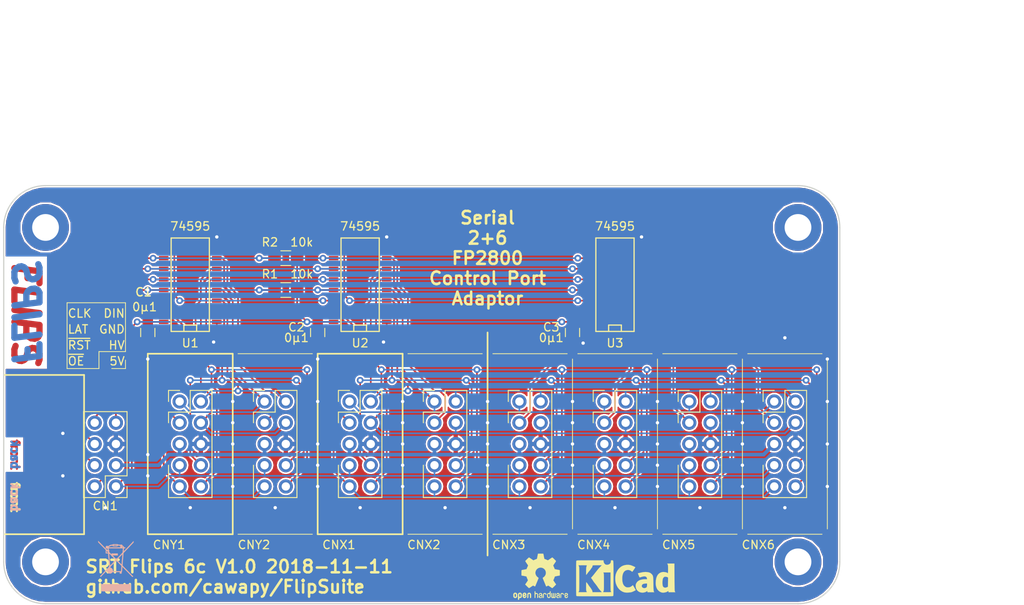
<source format=kicad_pcb>
(kicad_pcb (version 20171130) (host pcbnew "(5.0.1)-3")
  (layers (0 F.Cu signal hide) (31 B.Cu signal) (34 B.Paste user) (35 F.Paste user) (36 B.SilkS user) (37 F.SilkS user) (38 B.Mask user) (39 F.Mask user) (44 Edge.Cuts user))
  (net 0 "")
  (net 1 +5V)
  (net 2 GND)
  (net 3 +12V)
  (net 4 /DIN)
  (net 5 /RCLK)
  (net 6 /SRCLK)
  (net 7 /~SRCLR)
  (net 8 "Net-(U1-Pad9)")
  (net 9 /~OE)
  (net 10 /XB.0)
  (net 11 /XB.1)
  (net 12 /XDAT)
  (net 13 /XEN1)
  (net 14 /XA.1)
  (net 15 /XA.2)
  (net 16 /XA.0)
  (net 17 /XEN2)
  (net 18 /XEN3)
  (net 19 /XEN4)
  (net 20 /XEN5)
  (net 21 /YB.0)
  (net 22 /YB.1)
  (net 23 /YDAT)
  (net 24 /YEN1)
  (net 25 /YA.1)
  (net 26 /YA.2)
  (net 27 /YA.0)
  (net 28 /YEN2)
  (net 29 "Net-(U2-Pad9)")
  (net 30 /XEN6)
  (net 31 /XEN7)
  (net 32 /XEN8)
  (net 33 /YEN3)
  (net 34 /YEN4)
  (net 35 "Net-(U3-Pad9)")
  (module Mounting_Holes:MountingHole_3.2mm_M3_DIN965_Pad (layer F.Cu) (at 177 103)
    (fp_text reference REF** hide)
    (fp_text value MountingHole_3.2mm_M3_DIN965_Pad)
    (pad 1 thru_hole circle (at 0 0) (size 5.6 5.6) (drill 3.2) (layers *.Cu *.Mask))
  )
  (module Mounting_Holes:MountingHole_3.2mm_M3_DIN965_Pad (layer F.Cu) (at 267 103)
    (fp_text reference REF** hide)
    (fp_text value MountingHole_3.2mm_M3_DIN965_Pad)
    (pad 1 thru_hole circle (at 0 0) (size 5.6 5.6) (drill 3.2) (layers *.Cu *.Mask))
  )
  (module Mounting_Holes:MountingHole_3.2mm_M3_DIN965_Pad (layer F.Cu) (at 267 63)
    (fp_text reference REF** hide)
    (fp_text value MountingHole_3.2mm_M3_DIN965_Pad)
    (pad 1 thru_hole circle (at 0 0) (size 5.6 5.6) (drill 3.2) (layers *.Cu *.Mask))
  )
  (module Mounting_Holes:MountingHole_3.2mm_M3_DIN965_Pad (layer F.Cu) (at 177 63)
    (fp_text reference REF** hide)
    (fp_text value MountingHole_3.2mm_M3_DIN965_Pad)
    (pad 1 thru_hole circle (at 0 0) (size 5.6 5.6) (drill 3.2) (layers *.Cu *.Mask))
  )
  (module Capacitors_SMD:C_0805_HandSoldering (layer F.Cu) (at 189.23 75.565 270)
    (fp_text reference C1 (at -4.826 0.508) (layer F.SilkS))
    (fp_text value 0µ1 (at -3.048 0.381) (layer F.SilkS))
    (fp_text user %R (at -4.826 0.508) (layer F.SilkS))
    (pad 1 smd rect (at -1.25 0 270) (size 1.5 1.25) (layers F.Cu F.Paste F.Mask) (net 1 +5V))
    (pad 2 smd rect (at 1.25 0 270) (size 1.5 1.25) (layers F.Cu F.Paste F.Mask) (net 2 GND))
  )
  (module Capacitors_SMD:C_0805_HandSoldering (layer F.Cu) (at 209.55 75.565 270)
    (fp_text reference C2 (at -0.635 2.54) (layer F.SilkS))
    (fp_text value 0µ1 (at 0.635 2.54) (layer F.SilkS))
    (pad 1 smd rect (at -1.25 0 270) (size 1.5 1.25) (layers F.Cu F.Paste F.Mask) (net 1 +5V))
    (pad 2 smd rect (at 1.25 0 270) (size 1.5 1.25) (layers F.Cu F.Paste F.Mask) (net 2 GND))
  )
  (module Capacitors_SMD:C_0805_HandSoldering (layer F.Cu) (at 240.03 75.565 270)
    (fp_text reference C3 (at -0.635 2.54) (layer F.SilkS))
    (fp_text value 0µ1 (at 0.635 2.54) (layer F.SilkS))
    (pad 2 smd rect (at 1.25 0 270) (size 1.5 1.25) (layers F.Cu F.Paste F.Mask) (net 2 GND))
    (pad 1 smd rect (at -1.25 0 270) (size 1.5 1.25) (layers F.Cu F.Paste F.Mask) (net 1 +5V))
  )
  (module Resistors_SMD:R_0805_HandSoldering (layer F.Cu) (at 205.74 70.485)
    (fp_text reference R1 (at -1.905 -1.905) (layer F.SilkS))
    (fp_text value 10k (at 1.905 -1.905) (layer F.SilkS))
    (pad 2 smd rect (at 1.35 0) (size 1.5 1.3) (layers F.Cu F.Paste F.Mask) (net 1 +5V))
    (pad 1 smd rect (at -1.35 0) (size 1.5 1.3) (layers F.Cu F.Paste F.Mask) (net 9 /~OE))
  )
  (module Resistors_SMD:R_0805_HandSoldering (layer F.Cu) (at 205.74 66.675)
    (fp_text reference R2 (at -1.905 -1.905) (layer F.SilkS))
    (fp_text value 10k (at 1.905 -1.905) (layer F.SilkS))
    (pad 1 smd rect (at -1.35 0) (size 1.5 1.3) (layers F.Cu F.Paste F.Mask) (net 7 /~SRCLR))
    (pad 2 smd rect (at 1.35 0) (size 1.5 1.3) (layers F.Cu F.Paste F.Mask) (net 1 +5V))
  )
  (module SMD_Packages:SO-16-N (layer F.Cu) (at 194.31 69.85 90)
    (fp_text reference U1 (at -6.985 0 180) (layer F.SilkS))
    (fp_text value 74595 (at 6.985 0 180) (layer F.SilkS))
    (pad 15 smd rect (at -3.175 -3.175 90) (size 0.508 1.143) (layers F.Cu F.Paste F.Mask) (net 27 /YA.0))
    (pad 1 smd rect (at -4.445 3.175 90) (size 0.508 1.143) (layers F.Cu F.Paste F.Mask) (net 25 /YA.1))
    (pad 2 smd rect (at -3.175 3.175 90) (size 0.508 1.143) (layers F.Cu F.Paste F.Mask) (net 26 /YA.2))
    (pad 3 smd rect (at -1.905 3.175 90) (size 0.508 1.143) (layers F.Cu F.Paste F.Mask) (net 21 /YB.0))
    (pad 4 smd rect (at -0.635 3.175 90) (size 0.508 1.143) (layers F.Cu F.Paste F.Mask) (net 22 /YB.1))
    (pad 5 smd rect (at 0.635 3.175 90) (size 0.508 1.143) (layers F.Cu F.Paste F.Mask) (net 23 /YDAT))
    (pad 6 smd rect (at 1.905 3.175 90) (size 0.508 1.143) (layers F.Cu F.Paste F.Mask) (net 24 /YEN1))
    (pad 7 smd rect (at 3.175 3.175 90) (size 0.508 1.143) (layers F.Cu F.Paste F.Mask) (net 28 /YEN2))
    (pad 8 smd rect (at 4.445 3.175 90) (size 0.508 1.143) (layers F.Cu F.Paste F.Mask) (net 2 GND))
    (pad 9 smd rect (at 4.445 -3.175 90) (size 0.508 1.143) (layers F.Cu F.Paste F.Mask) (net 8 "Net-(U1-Pad9)"))
    (pad 10 smd rect (at 3.175 -3.175 90) (size 0.508 1.143) (layers F.Cu F.Paste F.Mask) (net 7 /~SRCLR))
    (pad 11 smd rect (at 1.905 -3.175 90) (size 0.508 1.143) (layers F.Cu F.Paste F.Mask) (net 6 /SRCLK))
    (pad 12 smd rect (at 0.635 -3.175 90) (size 0.508 1.143) (layers F.Cu F.Paste F.Mask) (net 5 /RCLK))
    (pad 13 smd rect (at -0.635 -3.175 90) (size 0.508 1.143) (layers F.Cu F.Paste F.Mask) (net 9 /~OE))
    (pad 14 smd rect (at -1.905 -3.175 90) (size 0.508 1.143) (layers F.Cu F.Paste F.Mask) (net 4 /DIN))
    (pad 16 smd rect (at -4.445 -3.175 90) (size 0.508 1.143) (layers F.Cu F.Paste F.Mask) (net 1 +5V))
  )
  (module SMD_Packages:SO-16-N (layer F.Cu) (at 214.63 69.85 90)
    (fp_text reference U2 (at -6.985 0 180) (layer F.SilkS))
    (fp_text value 74595 (at 6.985 0 180) (layer F.SilkS))
    (pad 16 smd rect (at -4.445 -3.175 90) (size 0.508 1.143) (layers F.Cu F.Paste F.Mask) (net 1 +5V))
    (pad 14 smd rect (at -1.905 -3.175 90) (size 0.508 1.143) (layers F.Cu F.Paste F.Mask) (net 8 "Net-(U1-Pad9)"))
    (pad 13 smd rect (at -0.635 -3.175 90) (size 0.508 1.143) (layers F.Cu F.Paste F.Mask) (net 9 /~OE))
    (pad 12 smd rect (at 0.635 -3.175 90) (size 0.508 1.143) (layers F.Cu F.Paste F.Mask) (net 5 /RCLK))
    (pad 11 smd rect (at 1.905 -3.175 90) (size 0.508 1.143) (layers F.Cu F.Paste F.Mask) (net 6 /SRCLK))
    (pad 10 smd rect (at 3.175 -3.175 90) (size 0.508 1.143) (layers F.Cu F.Paste F.Mask) (net 7 /~SRCLR))
    (pad 9 smd rect (at 4.445 -3.175 90) (size 0.508 1.143) (layers F.Cu F.Paste F.Mask) (net 29 "Net-(U2-Pad9)"))
    (pad 8 smd rect (at 4.445 3.175 90) (size 0.508 1.143) (layers F.Cu F.Paste F.Mask) (net 2 GND))
    (pad 7 smd rect (at 3.175 3.175 90) (size 0.508 1.143) (layers F.Cu F.Paste F.Mask) (net 17 /XEN2))
    (pad 6 smd rect (at 1.905 3.175 90) (size 0.508 1.143) (layers F.Cu F.Paste F.Mask) (net 13 /XEN1))
    (pad 5 smd rect (at 0.635 3.175 90) (size 0.508 1.143) (layers F.Cu F.Paste F.Mask) (net 12 /XDAT))
    (pad 4 smd rect (at -0.635 3.175 90) (size 0.508 1.143) (layers F.Cu F.Paste F.Mask) (net 11 /XB.1))
    (pad 3 smd rect (at -1.905 3.175 90) (size 0.508 1.143) (layers F.Cu F.Paste F.Mask) (net 10 /XB.0))
    (pad 2 smd rect (at -3.175 3.175 90) (size 0.508 1.143) (layers F.Cu F.Paste F.Mask) (net 15 /XA.2))
    (pad 1 smd rect (at -4.445 3.175 90) (size 0.508 1.143) (layers F.Cu F.Paste F.Mask) (net 14 /XA.1))
    (pad 15 smd rect (at -3.175 -3.175 90) (size 0.508 1.143) (layers F.Cu F.Paste F.Mask) (net 16 /XA.0))
  )
  (module SMD_Packages:SO-16-N (layer F.Cu) (at 245.11 69.85 90)
    (fp_text reference U3 (at -6.985 0 180) (layer F.SilkS))
    (fp_text value 74595 (at 6.985 0 180) (layer F.SilkS))
    (pad 15 smd rect (at -3.175 -3.175 90) (size 0.508 1.143) (layers F.Cu F.Paste F.Mask) (net 18 /XEN3))
    (pad 1 smd rect (at -4.445 3.175 90) (size 0.508 1.143) (layers F.Cu F.Paste F.Mask) (net 19 /XEN4))
    (pad 2 smd rect (at -3.175 3.175 90) (size 0.508 1.143) (layers F.Cu F.Paste F.Mask) (net 20 /XEN5))
    (pad 3 smd rect (at -1.905 3.175 90) (size 0.508 1.143) (layers F.Cu F.Paste F.Mask) (net 30 /XEN6))
    (pad 4 smd rect (at -0.635 3.175 90) (size 0.508 1.143) (layers F.Cu F.Paste F.Mask) (net 31 /XEN7))
    (pad 5 smd rect (at 0.635 3.175 90) (size 0.508 1.143) (layers F.Cu F.Paste F.Mask) (net 32 /XEN8))
    (pad 6 smd rect (at 1.905 3.175 90) (size 0.508 1.143) (layers F.Cu F.Paste F.Mask) (net 33 /YEN3))
    (pad 7 smd rect (at 3.175 3.175 90) (size 0.508 1.143) (layers F.Cu F.Paste F.Mask) (net 34 /YEN4))
    (pad 8 smd rect (at 4.445 3.175 90) (size 0.508 1.143) (layers F.Cu F.Paste F.Mask) (net 2 GND))
    (pad 9 smd rect (at 4.445 -3.175 90) (size 0.508 1.143) (layers F.Cu F.Paste F.Mask) (net 35 "Net-(U3-Pad9)"))
    (pad 10 smd rect (at 3.175 -3.175 90) (size 0.508 1.143) (layers F.Cu F.Paste F.Mask) (net 7 /~SRCLR))
    (pad 11 smd rect (at 1.905 -3.175 90) (size 0.508 1.143) (layers F.Cu F.Paste F.Mask) (net 6 /SRCLK))
    (pad 12 smd rect (at 0.635 -3.175 90) (size 0.508 1.143) (layers F.Cu F.Paste F.Mask) (net 5 /RCLK))
    (pad 13 smd rect (at -0.635 -3.175 90) (size 0.508 1.143) (layers F.Cu F.Paste F.Mask) (net 9 /~OE))
    (pad 14 smd rect (at -1.905 -3.175 90) (size 0.508 1.143) (layers F.Cu F.Paste F.Mask) (net 29 "Net-(U2-Pad9)"))
    (pad 16 smd rect (at -4.445 -3.175 90) (size 0.508 1.143) (layers F.Cu F.Paste F.Mask) (net 1 +5V))
  )
  (module Own:Pin_Header_Straight_Shrouded_2x05_Pitch2.54mm (layer F.Cu) (at 213.36 83.82)
    (fp_text reference CNX1 (at -1.27 17.145) (layer F.SilkS))
    (fp_text value UFP2810 hide)
    (pad 10 thru_hole oval (at 2.54 10.16) (size 1.7 1.7) (drill 1) (layers *.Cu *.Mask) (net 15 /XA.2))
    (pad 9 thru_hole oval (at 0 10.16) (size 1.7 1.7) (drill 1) (layers *.Cu *.Mask) (net 16 /XA.0))
    (pad 8 thru_hole oval (at 2.54 7.62) (size 1.7 1.7) (drill 1) (layers *.Cu *.Mask) (net 14 /XA.1))
    (pad 7 thru_hole oval (at 0 7.62) (size 1.7 1.7) (drill 1) (layers *.Cu *.Mask) (net 1 +5V))
    (pad 6 thru_hole oval (at 2.54 5.08) (size 1.7 1.7) (drill 1) (layers *.Cu *.Mask) (net 2 GND))
    (pad 5 thru_hole oval (at 0 5.08) (size 1.7 1.7) (drill 1) (layers *.Cu *.Mask) (net 3 +12V))
    (pad 4 thru_hole oval (at 2.54 2.54) (size 1.7 1.7) (drill 1) (layers *.Cu *.Mask) (net 12 /XDAT))
    (pad 3 thru_hole oval (at 0 2.54) (size 1.7 1.7) (drill 1) (layers *.Cu *.Mask) (net 13 /XEN1))
    (pad 2 thru_hole oval (at 2.54 0) (size 1.7 1.7) (drill 1) (layers *.Cu *.Mask) (net 10 /XB.0))
    (pad 1 thru_hole circle (at 0 0) (size 1.7 1.7) (drill 1) (layers *.Cu *.Mask) (net 11 /XB.1))
  )
  (module Own:Pin_Header_Straight_Shrouded_2x05_Pitch2.54mm (layer F.Cu) (at 223.52 83.82)
    (fp_text reference CNX2 (at -1.27 17.145) (layer F.SilkS))
    (fp_text value UFP2810 hide)
    (pad 1 thru_hole circle (at 0 0) (size 1.7 1.7) (drill 1) (layers *.Cu *.Mask) (net 11 /XB.1))
    (pad 2 thru_hole oval (at 2.54 0) (size 1.7 1.7) (drill 1) (layers *.Cu *.Mask) (net 10 /XB.0))
    (pad 3 thru_hole oval (at 0 2.54) (size 1.7 1.7) (drill 1) (layers *.Cu *.Mask) (net 17 /XEN2))
    (pad 4 thru_hole oval (at 2.54 2.54) (size 1.7 1.7) (drill 1) (layers *.Cu *.Mask) (net 12 /XDAT))
    (pad 5 thru_hole oval (at 0 5.08) (size 1.7 1.7) (drill 1) (layers *.Cu *.Mask) (net 3 +12V))
    (pad 6 thru_hole oval (at 2.54 5.08) (size 1.7 1.7) (drill 1) (layers *.Cu *.Mask) (net 2 GND))
    (pad 7 thru_hole oval (at 0 7.62) (size 1.7 1.7) (drill 1) (layers *.Cu *.Mask) (net 1 +5V))
    (pad 8 thru_hole oval (at 2.54 7.62) (size 1.7 1.7) (drill 1) (layers *.Cu *.Mask) (net 14 /XA.1))
    (pad 9 thru_hole oval (at 0 10.16) (size 1.7 1.7) (drill 1) (layers *.Cu *.Mask) (net 16 /XA.0))
    (pad 10 thru_hole oval (at 2.54 10.16) (size 1.7 1.7) (drill 1) (layers *.Cu *.Mask) (net 15 /XA.2))
  )
  (module Own:Pin_Header_Straight_Shrouded_2x05_Pitch2.54mm (layer F.Cu) (at 233.68 83.82)
    (fp_text reference CNX3 (at -1.27 17.145) (layer F.SilkS))
    (fp_text value UFP2810 hide)
    (pad 10 thru_hole oval (at 2.54 10.16) (size 1.7 1.7) (drill 1) (layers *.Cu *.Mask) (net 15 /XA.2))
    (pad 9 thru_hole oval (at 0 10.16) (size 1.7 1.7) (drill 1) (layers *.Cu *.Mask) (net 16 /XA.0))
    (pad 8 thru_hole oval (at 2.54 7.62) (size 1.7 1.7) (drill 1) (layers *.Cu *.Mask) (net 14 /XA.1))
    (pad 7 thru_hole oval (at 0 7.62) (size 1.7 1.7) (drill 1) (layers *.Cu *.Mask) (net 1 +5V))
    (pad 6 thru_hole oval (at 2.54 5.08) (size 1.7 1.7) (drill 1) (layers *.Cu *.Mask) (net 2 GND))
    (pad 5 thru_hole oval (at 0 5.08) (size 1.7 1.7) (drill 1) (layers *.Cu *.Mask) (net 3 +12V))
    (pad 4 thru_hole oval (at 2.54 2.54) (size 1.7 1.7) (drill 1) (layers *.Cu *.Mask) (net 12 /XDAT))
    (pad 3 thru_hole oval (at 0 2.54) (size 1.7 1.7) (drill 1) (layers *.Cu *.Mask) (net 18 /XEN3))
    (pad 2 thru_hole oval (at 2.54 0) (size 1.7 1.7) (drill 1) (layers *.Cu *.Mask) (net 10 /XB.0))
    (pad 1 thru_hole circle (at 0 0) (size 1.7 1.7) (drill 1) (layers *.Cu *.Mask) (net 11 /XB.1))
  )
  (module Own:Pin_Header_Straight_Shrouded_2x05_Pitch2.54mm (layer F.Cu) (at 243.84 83.82)
    (fp_text reference CNX4 (at -1.27 17.145) (layer F.SilkS))
    (fp_text value UFP2810 hide)
    (pad 1 thru_hole circle (at 0 0) (size 1.7 1.7) (drill 1) (layers *.Cu *.Mask) (net 11 /XB.1))
    (pad 2 thru_hole oval (at 2.54 0) (size 1.7 1.7) (drill 1) (layers *.Cu *.Mask) (net 10 /XB.0))
    (pad 3 thru_hole oval (at 0 2.54) (size 1.7 1.7) (drill 1) (layers *.Cu *.Mask) (net 19 /XEN4))
    (pad 4 thru_hole oval (at 2.54 2.54) (size 1.7 1.7) (drill 1) (layers *.Cu *.Mask) (net 12 /XDAT))
    (pad 5 thru_hole oval (at 0 5.08) (size 1.7 1.7) (drill 1) (layers *.Cu *.Mask) (net 3 +12V))
    (pad 6 thru_hole oval (at 2.54 5.08) (size 1.7 1.7) (drill 1) (layers *.Cu *.Mask) (net 2 GND))
    (pad 7 thru_hole oval (at 0 7.62) (size 1.7 1.7) (drill 1) (layers *.Cu *.Mask) (net 1 +5V))
    (pad 8 thru_hole oval (at 2.54 7.62) (size 1.7 1.7) (drill 1) (layers *.Cu *.Mask) (net 14 /XA.1))
    (pad 9 thru_hole oval (at 0 10.16) (size 1.7 1.7) (drill 1) (layers *.Cu *.Mask) (net 16 /XA.0))
    (pad 10 thru_hole oval (at 2.54 10.16) (size 1.7 1.7) (drill 1) (layers *.Cu *.Mask) (net 15 /XA.2))
  )
  (module Own:Pin_Header_Straight_Shrouded_2x05_Pitch2.54mm (layer F.Cu) (at 254 83.82)
    (fp_text reference CNX5 (at -1.27 17.145) (layer F.SilkS))
    (fp_text value UFP2810 hide)
    (pad 10 thru_hole oval (at 2.54 10.16) (size 1.7 1.7) (drill 1) (layers *.Cu *.Mask) (net 15 /XA.2))
    (pad 9 thru_hole oval (at 0 10.16) (size 1.7 1.7) (drill 1) (layers *.Cu *.Mask) (net 16 /XA.0))
    (pad 8 thru_hole oval (at 2.54 7.62) (size 1.7 1.7) (drill 1) (layers *.Cu *.Mask) (net 14 /XA.1))
    (pad 7 thru_hole oval (at 0 7.62) (size 1.7 1.7) (drill 1) (layers *.Cu *.Mask) (net 1 +5V))
    (pad 6 thru_hole oval (at 2.54 5.08) (size 1.7 1.7) (drill 1) (layers *.Cu *.Mask) (net 2 GND))
    (pad 5 thru_hole oval (at 0 5.08) (size 1.7 1.7) (drill 1) (layers *.Cu *.Mask) (net 3 +12V))
    (pad 4 thru_hole oval (at 2.54 2.54) (size 1.7 1.7) (drill 1) (layers *.Cu *.Mask) (net 12 /XDAT))
    (pad 3 thru_hole oval (at 0 2.54) (size 1.7 1.7) (drill 1) (layers *.Cu *.Mask) (net 20 /XEN5))
    (pad 2 thru_hole oval (at 2.54 0) (size 1.7 1.7) (drill 1) (layers *.Cu *.Mask) (net 10 /XB.0))
    (pad 1 thru_hole circle (at 0 0) (size 1.7 1.7) (drill 1) (layers *.Cu *.Mask) (net 11 /XB.1))
  )
  (module Own:Pin_Header_Straight_Shrouded_2x05_Pitch2.54mm (layer F.Cu) (at 193.04 83.82)
    (fp_text reference CNY1 (at -1.27 17.145) (layer F.SilkS))
    (fp_text value UFP2810 hide)
    (pad 1 thru_hole circle (at 0 0) (size 1.7 1.7) (drill 1) (layers *.Cu *.Mask) (net 22 /YB.1))
    (pad 2 thru_hole oval (at 2.54 0) (size 1.7 1.7) (drill 1) (layers *.Cu *.Mask) (net 21 /YB.0))
    (pad 3 thru_hole oval (at 0 2.54) (size 1.7 1.7) (drill 1) (layers *.Cu *.Mask) (net 24 /YEN1))
    (pad 4 thru_hole oval (at 2.54 2.54) (size 1.7 1.7) (drill 1) (layers *.Cu *.Mask) (net 23 /YDAT))
    (pad 5 thru_hole oval (at 0 5.08) (size 1.7 1.7) (drill 1) (layers *.Cu *.Mask) (net 3 +12V))
    (pad 6 thru_hole oval (at 2.54 5.08) (size 1.7 1.7) (drill 1) (layers *.Cu *.Mask) (net 2 GND))
    (pad 7 thru_hole oval (at 0 7.62) (size 1.7 1.7) (drill 1) (layers *.Cu *.Mask) (net 1 +5V))
    (pad 8 thru_hole oval (at 2.54 7.62) (size 1.7 1.7) (drill 1) (layers *.Cu *.Mask) (net 25 /YA.1))
    (pad 9 thru_hole oval (at 0 10.16) (size 1.7 1.7) (drill 1) (layers *.Cu *.Mask) (net 27 /YA.0))
    (pad 10 thru_hole oval (at 2.54 10.16) (size 1.7 1.7) (drill 1) (layers *.Cu *.Mask) (net 26 /YA.2))
  )
  (module Own:Pin_Header_Straight_Shrouded_2x05_Pitch2.54mm (layer F.Cu) (at 203.2 83.82)
    (fp_text reference CNY2 (at -1.27 17.145) (layer F.SilkS))
    (fp_text value UFP2810 hide)
    (pad 10 thru_hole oval (at 2.54 10.16) (size 1.7 1.7) (drill 1) (layers *.Cu *.Mask) (net 26 /YA.2))
    (pad 9 thru_hole oval (at 0 10.16) (size 1.7 1.7) (drill 1) (layers *.Cu *.Mask) (net 27 /YA.0))
    (pad 8 thru_hole oval (at 2.54 7.62) (size 1.7 1.7) (drill 1) (layers *.Cu *.Mask) (net 25 /YA.1))
    (pad 7 thru_hole oval (at 0 7.62) (size 1.7 1.7) (drill 1) (layers *.Cu *.Mask) (net 1 +5V))
    (pad 6 thru_hole oval (at 2.54 5.08) (size 1.7 1.7) (drill 1) (layers *.Cu *.Mask) (net 2 GND))
    (pad 5 thru_hole oval (at 0 5.08) (size 1.7 1.7) (drill 1) (layers *.Cu *.Mask) (net 3 +12V))
    (pad 4 thru_hole oval (at 2.54 2.54) (size 1.7 1.7) (drill 1) (layers *.Cu *.Mask) (net 23 /YDAT))
    (pad 3 thru_hole oval (at 0 2.54) (size 1.7 1.7) (drill 1) (layers *.Cu *.Mask) (net 28 /YEN2))
    (pad 2 thru_hole oval (at 2.54 0) (size 1.7 1.7) (drill 1) (layers *.Cu *.Mask) (net 21 /YB.0))
    (pad 1 thru_hole circle (at 0 0) (size 1.7 1.7) (drill 1) (layers *.Cu *.Mask) (net 22 /YB.1))
  )
  (module Pin_Headers:Pin_Header_Straight_2x04_Pitch2.54mm (layer F.Cu) (at 185.42 93.98 180)
    (fp_text reference CN1 (at 1.27 -2.33 180) (layer F.SilkS))
    (fp_text value Conn_02x04_Odd_Even)
    (pad 8 thru_hole oval (at 2.54 7.62 180) (size 1.7 1.7) (drill 1) (layers *.Cu *.Mask) (net 5 /RCLK))
    (pad 7 thru_hole oval (at 0 7.62 180) (size 1.7 1.7) (drill 1) (layers *.Cu *.Mask) (net 4 /DIN))
    (pad 6 thru_hole oval (at 2.54 5.08 180) (size 1.7 1.7) (drill 1) (layers *.Cu *.Mask) (net 6 /SRCLK))
    (pad 5 thru_hole oval (at 0 5.08 180) (size 1.7 1.7) (drill 1) (layers *.Cu *.Mask) (net 2 GND))
    (pad 4 thru_hole oval (at 2.54 2.54 180) (size 1.7 1.7) (drill 1) (layers *.Cu *.Mask) (net 7 /~SRCLR))
    (pad 3 thru_hole oval (at 0 2.54 180) (size 1.7 1.7) (drill 1) (layers *.Cu *.Mask) (net 3 +12V))
    (pad 2 thru_hole oval (at 2.54 0 180) (size 1.7 1.7) (drill 1) (layers *.Cu *.Mask) (net 9 /~OE))
    (pad 1 thru_hole circle (at 0 0 180) (size 1.7 1.7) (drill 1) (layers *.Cu *.Mask) (net 1 +5V))
  )
  (module Symbols:Symbol_KiCAD-Logo_CopperAndSilkScreenTop (layer F.Cu) (at 246.38 104.775)
    (fp_text reference REF** hide)
    (fp_text value "KiCAD Logo" hide)
  )
  (module Symbols:OSHW-Logo2_7.3x6mm_SilkScreen (layer F.Cu) (at 236.22 104.775)
    (fp_text reference REF*** hide)
    (fp_text value OSHW-Logo2_7.3x6mm_SilkScreen hide)
  )
  (module Symbols:WEEE-Logo_4.2x6mm_SilkScreen (layer B.Cu) (at 185.42 103.505 180)
    (fp_text reference REF*** hide)
    (fp_text value WEEE-Logo_4.2x6mm_SilkScreen hide)
  )
  (module Own:Pin_Header_Straight_Shrouded_2x05_Pitch2.54mm (layer F.Cu) (at 264.16 83.82)
    (fp_text reference CNX6 (at -1.905 17.145) (layer F.SilkS))
    (fp_text value UFP2810 hide)
    (pad 10 thru_hole oval (at 2.54 10.16) (size 1.7 1.7) (drill 1) (layers *.Cu *.Mask) (net 15 /XA.2))
    (pad 9 thru_hole oval (at 0 10.16) (size 1.7 1.7) (drill 1) (layers *.Cu *.Mask) (net 16 /XA.0))
    (pad 8 thru_hole oval (at 2.54 7.62) (size 1.7 1.7) (drill 1) (layers *.Cu *.Mask) (net 14 /XA.1))
    (pad 7 thru_hole oval (at 0 7.62) (size 1.7 1.7) (drill 1) (layers *.Cu *.Mask) (net 1 +5V))
    (pad 6 thru_hole oval (at 2.54 5.08) (size 1.7 1.7) (drill 1) (layers *.Cu *.Mask) (net 2 GND))
    (pad 5 thru_hole oval (at 0 5.08) (size 1.7 1.7) (drill 1) (layers *.Cu *.Mask) (net 3 +12V))
    (pad 4 thru_hole oval (at 2.54 2.54) (size 1.7 1.7) (drill 1) (layers *.Cu *.Mask) (net 12 /XDAT))
    (pad 3 thru_hole oval (at 0 2.54) (size 1.7 1.7) (drill 1) (layers *.Cu *.Mask) (net 30 /XEN6))
    (pad 2 thru_hole oval (at 2.54 0) (size 1.7 1.7) (drill 1) (layers *.Cu *.Mask) (net 10 /XB.0))
    (pad 1 thru_hole circle (at 0 0) (size 1.7 1.7) (drill 1) (layers *.Cu *.Mask) (net 11 /XB.1))
  )
  (gr_line (start 260.985 78.105) (end 269.875 78.105) (layer F.SilkS) (width 0.1))
  (gr_line (start 270.51 78.74) (end 270.51 99.06) (layer F.SilkS) (width 0.1))
  (gr_line (start 269.875 99.695) (end 260.985 99.695) (layer F.SilkS) (width 0.1))
  (gr_line (start 186.563 79.883) (end 184.912 79.883) (layer F.SilkS) (width 0.1))
  (gr_line (start 186.563 78.867) (end 186.563 79.883) (layer F.SilkS) (width 0.1))
  (gr_line (start 179.578 72.009) (end 179.578 79.883) (layer F.SilkS) (width 0.1))
  (gr_line (start 183.388 77.851) (end 186.563 77.851) (layer F.SilkS) (width 0.1))
  (gr_line (start 183.388 77.851) (end 183.388 79.883) (layer F.SilkS) (width 0.1))
  (gr_line (start 186.563 72.009) (end 186.563 77.851) (layer F.SilkS) (width 0.1))
  (gr_line (start 179.578 72.009) (end 186.563 72.009) (layer F.SilkS) (width 0.1))
  (gr_line (start 183.388 79.883) (end 179.578 79.883) (layer F.SilkS) (width 0.1))
  (gr_text DIN (at 186.563 73.279) (layer F.SilkS) (effects (font (size 1 1)) (justify right)))
  (gr_text GND (at 186.563 75.184) (layer F.SilkS) (effects (font (size 1 1)) (justify right)))
  (gr_text HV (at 186.563 77.089) (layer F.SilkS) (effects (font (size 1 1)) (justify right)))
  (gr_text 5V (at 186.563 78.994) (layer F.SilkS) (effects (font (size 1 1)) (justify right)))
  (gr_text CLK (at 179.578 73.279) (layer F.SilkS) (effects (font (size 1 1)) (justify left)))
  (gr_text ~OE (at 179.578 78.994) (layer F.SilkS) (effects (font (size 1 1)) (justify left)))
  (gr_text ~RST (at 179.578 77.089) (layer F.SilkS) (effects (font (size 1 1)) (justify left)))
  (gr_text LAT (at 179.578 75.184) (layer F.SilkS) (effects (font (size 1 1)) (justify left)))
  (gr_text "Serial\n2+6\nFP2800\nControl Port\nAdaptor" (at 229.87 66.675) (layer F.SilkS) (effects (font (size 1.5 1.5) (thickness 0.3))))
  (gr_text back (at 173.355 95.25 270) (layer B.SilkS) (effects (font (size 1 1) (thickness 0.25)) (justify mirror)))
  (gr_text front (at 173.355 95.25 270) (layer F.SilkS) (effects (font (size 1 1) (thickness 0.25))))
  (gr_text front (at 173.355 90.17 270) (layer F.Cu) (effects (font (size 1 1) (thickness 0.25))))
  (gr_text back (at 173.355 90.17 270) (layer B.Cu) (effects (font (size 1 1) (thickness 0.25)) (justify mirror)))
  (gr_text FLIPS (at 174.625 66.675 270) (layer B.Cu) (effects (font (size 3 3) (thickness 0.75) italic) (justify right mirror)))
  (gr_text FLIPS (at 174.625 66.675 270) (layer F.Cu) (effects (font (size 3 3) (thickness 0.75) italic) (justify left)))
  (gr_line (start 229.87 102.235) (end 229.87 75.565) (layer F.SilkS) (width 0.2))
  (gr_line (start 209.55 78.105) (end 219.71 78.105) (layer F.SilkS) (width 0.2))
  (gr_line (start 189.23 78.105) (end 199.39 78.105) (layer F.SilkS) (width 0.2))
  (gr_line (start 200.025 78.105) (end 208.915 78.105) (layer F.SilkS) (width 0.1))
  (gr_line (start 220.345 78.105) (end 229.235 78.105) (layer F.SilkS) (width 0.1))
  (gr_line (start 230.505 78.105) (end 239.395 78.105) (layer F.SilkS) (width 0.1))
  (gr_line (start 240.665 78.105) (end 249.555 78.105) (layer F.SilkS) (width 0.1))
  (gr_text "SRT Flips 6c V1.0 2018-11-11\ngithub.com/cawapy/FlipSuite" (at 181.61 104.775) (layer F.SilkS) (effects (font (size 1.5 1.5) (thickness 0.3)) (justify left)))
  (gr_line (start 250.19 99.06) (end 250.19 78.74) (layer F.SilkS) (width 0.1))
  (gr_line (start 240.03 78.74) (end 240.03 99.06) (layer F.SilkS) (width 0.1))
  (gr_line (start 229.235 99.695) (end 220.345 99.695) (layer F.SilkS) (width 0.1))
  (gr_line (start 239.395 99.695) (end 230.505 99.695) (layer F.SilkS) (width 0.1))
  (gr_line (start 249.555 99.695) (end 240.665 99.695) (layer F.SilkS) (width 0.1))
  (gr_line (start 259.715 99.695) (end 250.825 99.695) (layer F.SilkS) (width 0.1))
  (gr_line (start 260.35 78.74) (end 260.35 99.06) (layer F.SilkS) (width 0.1))
  (gr_line (start 250.825 78.105) (end 259.715 78.105) (layer F.SilkS) (width 0.1))
  (gr_line (start 200.025 99.695) (end 208.915 99.695) (layer F.SilkS) (width 0.1))
  (gr_line (start 181.61 99.695) (end 181.61 80.645) (layer F.SilkS) (width 0.2))
  (gr_line (start 181.61 99.695) (end 172.085 99.695) (layer F.SilkS) (width 0.2))
  (gr_line (start 181.61 80.645) (end 172.085 80.645) (layer F.SilkS) (width 0.2))
  (gr_line (start 219.71 99.695) (end 219.71 78.105) (layer F.SilkS) (width 0.2))
  (gr_line (start 209.55 99.695) (end 219.71 99.695) (layer F.SilkS) (width 0.2))
  (gr_line (start 209.55 78.105) (end 209.55 99.695) (layer F.SilkS) (width 0.2))
  (gr_line (start 199.39 99.695) (end 199.39 78.105) (layer F.SilkS) (width 0.2))
  (gr_line (start 189.23 99.695) (end 199.39 99.695) (layer F.SilkS) (width 0.2))
  (gr_line (start 189.23 78.105) (end 189.23 99.695) (layer F.SilkS) (width 0.2))
  (gr_arc (start 177 103) (end 172 103) (angle -90) (layer Edge.Cuts) (width 0.15))
  (gr_arc (start 177 63) (end 177 58) (angle -90) (layer Edge.Cuts) (width 0.15))
  (gr_arc (start 267 63) (end 272 63) (angle -90) (layer Edge.Cuts) (width 0.15))
  (gr_arc (start 267 103) (end 267 108) (angle -90) (layer Edge.Cuts) (width 0.15))
  (gr_line (start 272 63) (end 272 103) (layer Edge.Cuts) (width 0.15))
  (gr_line (start 177 58) (end 267 58) (layer Edge.Cuts) (width 0.15))
  (gr_line (start 172 103) (end 172 63) (layer Edge.Cuts) (width 0.15))
  (gr_line (start 267 108) (end 177 108) (layer Edge.Cuts) (width 0.15))
  (segment (start 252.73 92.71) (end 243.84 92.71) (width 0.2) (layer B.Cu) (net 1))
  (segment (start 243.84 92.71) (end 233.68 92.71) (width 0.2) (layer B.Cu) (net 1))
  (segment (start 233.68 92.71) (end 223.52 92.71) (width 0.2) (layer B.Cu) (net 1))
  (segment (start 223.52 92.71) (end 213.36 92.71) (width 0.2) (layer B.Cu) (net 1))
  (segment (start 213.36 92.71) (end 203.2 92.71) (width 0.2) (layer B.Cu) (net 1))
  (segment (start 203.2 92.71) (end 193.04 92.71) (width 0.2) (layer B.Cu) (net 1))
  (segment (start 193.04 91.44) (end 193.04 92.71) (width 0.2) (layer B.Cu) (net 1))
  (segment (start 203.2 91.44) (end 203.2 92.71) (width 0.2) (layer B.Cu) (net 1))
  (segment (start 213.36 91.44) (end 213.36 92.71) (width 0.2) (layer B.Cu) (net 1))
  (segment (start 223.52 91.44) (end 223.52 92.71) (width 0.2) (layer B.Cu) (net 1))
  (segment (start 233.68 91.44) (end 233.68 92.71) (width 0.2) (layer B.Cu) (net 1))
  (segment (start 243.84 91.44) (end 243.84 92.71) (width 0.2) (layer B.Cu) (net 1))
  (segment (start 211.455 74.295) (end 209.51 74.295) (width 0.2) (layer F.Cu) (net 1))
  (segment (start 240.01 74.295) (end 241.935 74.295) (width 0.2) (layer F.Cu) (net 1))
  (via (at 208.28 74.295) (size 0.8) (drill 0.4) (layers F.Cu B.Cu) (net 1))
  (segment (start 187.325 74.93) (end 187.325 92.075) (width 0.2) (layer F.Cu) (net 1))
  (segment (start 191.135 74.295) (end 189.25 74.295) (width 0.2) (layer F.Cu) (net 1))
  (segment (start 189.25 74.295) (end 189.23 74.315) (width 0.2) (layer F.Cu) (net 1))
  (segment (start 189.23 74.315) (end 189.21 74.295) (width 0.2) (layer F.Cu) (net 1))
  (via (at 187.96 74.295) (size 0.8) (drill 0.4) (layers F.Cu B.Cu) (net 1))
  (segment (start 187.96 74.295) (end 208.28 74.295) (width 0.2) (layer B.Cu) (net 1))
  (segment (start 189.21 74.295) (end 187.96 74.295) (width 0.2) (layer F.Cu) (net 1))
  (segment (start 187.96 74.295) (end 187.325 74.93) (width 0.2) (layer F.Cu) (net 1))
  (segment (start 208.28 74.295) (end 209.53 74.295) (width 0.2) (layer F.Cu) (net 1))
  (segment (start 209.53 74.295) (end 209.55 74.315) (width 0.2) (layer F.Cu) (net 1))
  (segment (start 240.03 74.315) (end 240.01 74.295) (width 0.2) (layer F.Cu) (net 1))
  (segment (start 208.28 74.295) (end 207.09 73.105) (width 0.2) (layer F.Cu) (net 1))
  (segment (start 207.09 73.105) (end 207.09 70.485) (width 0.2) (layer F.Cu) (net 1))
  (segment (start 207.09 70.485) (end 207.09 66.675) (width 0.2) (layer F.Cu) (net 1))
  (via (at 238.76 74.295) (size 0.8) (drill 0.4) (layers F.Cu B.Cu) (net 1))
  (segment (start 240.01 74.295) (end 238.76 74.295) (width 0.2) (layer F.Cu) (net 1))
  (segment (start 238.76 74.295) (end 208.28 74.295) (width 0.2) (layer B.Cu) (net 1))
  (segment (start 191.77 92.71) (end 193.04 92.71) (width 0.2) (layer B.Cu) (net 1))
  (segment (start 190.5 93.98) (end 191.77 92.71) (width 0.2) (layer B.Cu) (net 1))
  (segment (start 185.42 93.98) (end 190.5 93.98) (width 0.2) (layer B.Cu) (net 1))
  (segment (start 187.325 92.075) (end 185.42 93.98) (width 0.2) (layer F.Cu) (net 1))
  (segment (start 252.73 92.71) (end 254 92.71) (width 0.2) (layer B.Cu) (net 1))
  (segment (start 254 92.71) (end 262.89 92.71) (width 0.2) (layer B.Cu) (net 1))
  (segment (start 262.89 92.71) (end 264.16 91.44) (width 0.2) (layer B.Cu) (net 1))
  (segment (start 254 91.44) (end 254 92.71) (width 0.2) (layer B.Cu) (net 1))
  (via (at 209.55 91.44) (size 0.8) (drill 0.4) (layers F.Cu B.Cu) (net 2))
  (via (at 219.71 86.36) (size 0.8) (drill 0.4) (layers F.Cu B.Cu) (net 2))
  (via (at 199.39 86.36) (size 0.8) (drill 0.4) (layers F.Cu B.Cu) (net 2))
  (via (at 229.87 86.36) (size 0.8) (drill 0.4) (layers F.Cu B.Cu) (net 2))
  (via (at 240.03 86.36) (size 0.8) (drill 0.4) (layers F.Cu B.Cu) (net 2))
  (via (at 250.19 86.36) (size 0.8) (drill 0.4) (layers F.Cu B.Cu) (net 2))
  (via (at 189.23 78.74) (size 0.8) (drill 0.4) (layers F.Cu B.Cu) (net 2))
  (via (at 197.104 76.708) (size 0.8) (drill 0.4) (layers F.Cu B.Cu) (net 2))
  (via (at 217.424 76.708) (size 0.8) (drill 0.4) (layers F.Cu B.Cu) (net 2))
  (via (at 240.03 88.9) (size 0.8) (drill 0.4) (layers F.Cu B.Cu) (net 2))
  (via (at 250.19 88.9) (size 0.8) (drill 0.4) (layers F.Cu B.Cu) (net 2))
  (via (at 229.87 88.9) (size 0.8) (drill 0.4) (layers F.Cu B.Cu) (net 2))
  (via (at 219.71 88.9) (size 0.8) (drill 0.4) (layers F.Cu B.Cu) (net 2))
  (via (at 199.39 88.9) (size 0.8) (drill 0.4) (layers F.Cu B.Cu) (net 2))
  (via (at 199.39 83.82) (size 0.8) (drill 0.4) (layers F.Cu B.Cu) (net 2))
  (via (at 199.39 91.44) (size 0.8) (drill 0.4) (layers F.Cu B.Cu) (net 2))
  (via (at 199.39 93.98) (size 0.8) (drill 0.4) (layers F.Cu B.Cu) (net 2))
  (via (at 209.55 88.9) (size 0.8) (drill 0.4) (layers F.Cu B.Cu) (net 2))
  (via (at 209.55 93.98) (size 0.8) (drill 0.4) (layers F.Cu B.Cu) (net 2))
  (via (at 219.71 93.98) (size 0.8) (drill 0.4) (layers F.Cu B.Cu) (net 2))
  (via (at 219.71 91.44) (size 0.8) (drill 0.4) (layers F.Cu B.Cu) (net 2))
  (via (at 219.71 83.82) (size 0.8) (drill 0.4) (layers F.Cu B.Cu) (net 2))
  (via (at 229.87 83.82) (size 0.8) (drill 0.4) (layers F.Cu B.Cu) (net 2))
  (via (at 229.87 91.44) (size 0.8) (drill 0.4) (layers F.Cu B.Cu) (net 2))
  (via (at 229.87 93.98) (size 0.8) (drill 0.4) (layers F.Cu B.Cu) (net 2))
  (via (at 240.03 93.98) (size 0.8) (drill 0.4) (layers F.Cu B.Cu) (net 2))
  (via (at 240.03 91.44) (size 0.8) (drill 0.4) (layers F.Cu B.Cu) (net 2))
  (via (at 240.03 83.82) (size 0.8) (drill 0.4) (layers F.Cu B.Cu) (net 2))
  (via (at 250.19 91.44) (size 0.8) (drill 0.4) (layers F.Cu B.Cu) (net 2))
  (via (at 250.19 93.98) (size 0.8) (drill 0.4) (layers F.Cu B.Cu) (net 2))
  (via (at 250.19 83.82) (size 0.8) (drill 0.4) (layers F.Cu B.Cu) (net 2))
  (via (at 209.55 78.74) (size 0.8) (drill 0.4) (layers F.Cu B.Cu) (net 2))
  (via (at 209.55 83.82) (size 0.8) (drill 0.4) (layers F.Cu B.Cu) (net 2))
  (via (at 224.79 96.52) (size 0.8) (drill 0.4) (layers F.Cu B.Cu) (net 2))
  (via (at 241.3 76.835) (size 0.8) (drill 0.4) (layers F.Cu B.Cu) (net 2))
  (via (at 197.485 64.135) (size 0.8) (drill 0.4) (layers F.Cu B.Cu) (net 2))
  (via (at 217.805 64.135) (size 0.8) (drill 0.4) (layers F.Cu B.Cu) (net 2))
  (via (at 248.285 64.135) (size 0.8) (drill 0.4) (layers F.Cu B.Cu) (net 2))
  (via (at 245.11 96.52) (size 0.8) (drill 0.4) (layers F.Cu B.Cu) (net 2))
  (via (at 194.31 96.52) (size 0.8) (drill 0.4) (layers F.Cu B.Cu) (net 2))
  (via (at 179.07 92.71) (size 0.8) (drill 0.4) (layers F.Cu B.Cu) (net 2))
  (via (at 179.07 87.63) (size 0.8) (drill 0.4) (layers F.Cu B.Cu) (net 2))
  (via (at 260.35 91.44) (size 0.8) (drill 0.4) (layers F.Cu B.Cu) (net 2))
  (via (at 260.35 86.36) (size 0.8) (drill 0.4) (layers F.Cu B.Cu) (net 2))
  (via (at 189.23 92.71) (size 0.8) (drill 0.4) (layers F.Cu B.Cu) (net 2))
  (via (at 189.23 90.17) (size 0.8) (drill 0.4) (layers F.Cu B.Cu) (net 2))
  (via (at 260.35 83.82) (size 0.8) (drill 0.4) (layers F.Cu B.Cu) (net 2))
  (via (at 260.35 88.9) (size 0.8) (drill 0.4) (layers F.Cu B.Cu) (net 2))
  (via (at 260.35 93.98) (size 0.8) (drill 0.4) (layers F.Cu B.Cu) (net 2))
  (via (at 255.27 96.52) (size 0.8) (drill 0.4) (layers F.Cu B.Cu) (net 2))
  (via (at 270.51 93.98) (size 0.8) (drill 0.4) (layers F.Cu B.Cu) (net 2))
  (via (at 270.51 88.9) (size 0.8) (drill 0.4) (layers F.Cu B.Cu) (net 2))
  (via (at 270.51 83.82) (size 0.8) (drill 0.4) (layers F.Cu B.Cu) (net 2))
  (via (at 265.43 96.52) (size 0.8) (drill 0.4) (layers F.Cu B.Cu) (net 2))
  (via (at 234.95 96.52) (size 0.8) (drill 0.4) (layers F.Cu B.Cu) (net 2))
  (via (at 214.63 96.52) (size 0.8) (drill 0.4) (layers F.Cu B.Cu) (net 2))
  (via (at 204.47 96.52) (size 0.8) (drill 0.4) (layers F.Cu B.Cu) (net 2))
  (via (at 184.15 96.52) (size 0.8) (drill 0.4) (layers F.Cu B.Cu) (net 2))
  (via (at 270.51 78.74) (size 0.8) (drill 0.4) (layers F.Cu B.Cu) (net 2))
  (via (at 265.43 76.2) (size 0.8) (drill 0.4) (layers F.Cu B.Cu) (net 2))
  (segment (start 252.73 90.17) (end 243.84 90.17) (width 0.44) (layer B.Cu) (net 3))
  (segment (start 243.84 90.17) (end 233.68 90.17) (width 0.44) (layer B.Cu) (net 3))
  (segment (start 233.68 90.17) (end 223.52 90.17) (width 0.44) (layer B.Cu) (net 3))
  (segment (start 223.52 90.17) (end 213.36 90.17) (width 0.44) (layer B.Cu) (net 3))
  (segment (start 213.36 90.17) (end 203.2 90.17) (width 0.44) (layer B.Cu) (net 3))
  (segment (start 203.2 90.17) (end 193.04 90.17) (width 0.44) (layer B.Cu) (net 3))
  (segment (start 193.04 88.9) (end 193.04 90.17) (width 0.44) (layer B.Cu) (net 3))
  (segment (start 203.2 88.9) (end 203.2 90.17) (width 0.44) (layer B.Cu) (net 3))
  (segment (start 213.36 88.9) (end 213.36 90.17) (width 0.44) (layer B.Cu) (net 3))
  (segment (start 223.52 88.9) (end 223.52 90.17) (width 0.44) (layer B.Cu) (net 3))
  (segment (start 233.68 88.9) (end 233.68 90.17) (width 0.44) (layer B.Cu) (net 3))
  (segment (start 243.84 88.9) (end 243.84 90.17) (width 0.44) (layer B.Cu) (net 3))
  (segment (start 191.77 90.17) (end 193.04 90.17) (width 0.44) (layer B.Cu) (net 3))
  (segment (start 190.5 91.44) (end 191.77 90.17) (width 0.44) (layer B.Cu) (net 3))
  (segment (start 185.42 91.44) (end 190.5 91.44) (width 0.44) (layer B.Cu) (net 3))
  (segment (start 252.73 90.17) (end 254 90.17) (width 0.44) (layer B.Cu) (net 3))
  (segment (start 254 90.17) (end 262.89 90.17) (width 0.44) (layer B.Cu) (net 3))
  (segment (start 262.89 90.17) (end 264.16 88.9) (width 0.44) (layer B.Cu) (net 3))
  (segment (start 254 88.9) (end 254 90.17) (width 0.44) (layer B.Cu) (net 3))
  (segment (start 191.135 71.755) (end 187.325 71.755) (width 0.2) (layer F.Cu) (net 4))
  (segment (start 185.42 73.66) (end 187.325 71.755) (width 0.2) (layer F.Cu) (net 4))
  (segment (start 185.42 86.36) (end 185.42 73.66) (width 0.2) (layer F.Cu) (net 4))
  (segment (start 191.135 69.215) (end 189.865 69.215) (width 0.2) (layer F.Cu) (net 5))
  (segment (start 210.185 69.215) (end 211.455 69.215) (width 0.2) (layer F.Cu) (net 5))
  (via (at 210.185 69.215) (size 0.8) (drill 0.4) (layers F.Cu B.Cu) (net 5))
  (segment (start 189.865 69.215) (end 210.185 69.215) (width 0.2) (layer B.Cu) (net 5))
  (via (at 189.865 69.215) (size 0.8) (drill 0.4) (layers F.Cu B.Cu) (net 5))
  (segment (start 191.135 69.215) (end 187.325 69.215) (width 0.2) (layer F.Cu) (net 5))
  (segment (start 187.325 69.215) (end 184.15 72.39) (width 0.2) (layer F.Cu) (net 5))
  (segment (start 184.15 72.39) (end 184.15 84.455) (width 0.2) (layer F.Cu) (net 5))
  (segment (start 182.88 85.725) (end 182.88 86.36) (width 0.2) (layer F.Cu) (net 5))
  (segment (start 184.15 84.455) (end 182.88 85.725) (width 0.2) (layer F.Cu) (net 5))
  (via (at 240.665 69.215) (size 0.8) (drill 0.4) (layers F.Cu B.Cu) (net 5))
  (segment (start 210.185 69.215) (end 240.665 69.215) (width 0.2) (layer B.Cu) (net 5))
  (segment (start 240.665 69.215) (end 241.935 69.215) (width 0.2) (layer F.Cu) (net 5))
  (segment (start 209.55 67.945) (end 211.455 67.945) (width 0.2) (layer F.Cu) (net 6))
  (via (at 209.55 67.945) (size 0.8) (drill 0.4) (layers F.Cu B.Cu) (net 6))
  (segment (start 209.55 67.945) (end 189.23 67.945) (width 0.2) (layer B.Cu) (net 6))
  (segment (start 189.23 67.945) (end 191.135 67.945) (width 0.2) (layer F.Cu) (net 6))
  (via (at 189.23 67.945) (size 0.8) (drill 0.4) (layers F.Cu B.Cu) (net 6))
  (segment (start 189.23 67.945) (end 187.325 67.945) (width 0.2) (layer F.Cu) (net 6))
  (segment (start 187.325 67.945) (end 183.515 71.755) (width 0.2) (layer F.Cu) (net 6))
  (segment (start 181.61 87.63) (end 182.88 88.9) (width 0.2) (layer F.Cu) (net 6))
  (segment (start 181.61 85.725) (end 181.61 87.63) (width 0.2) (layer F.Cu) (net 6))
  (segment (start 181.61 85.725) (end 183.515 83.82) (width 0.2) (layer F.Cu) (net 6))
  (segment (start 183.515 83.82) (end 183.515 71.755) (width 0.2) (layer F.Cu) (net 6))
  (via (at 240.03 67.945) (size 0.8) (drill 0.4) (layers F.Cu B.Cu) (net 6))
  (segment (start 241.935 67.945) (end 240.03 67.945) (width 0.2) (layer F.Cu) (net 6))
  (segment (start 240.03 67.945) (end 209.55 67.945) (width 0.2) (layer B.Cu) (net 6))
  (segment (start 191.135 66.675) (end 189.865 66.675) (width 0.2) (layer F.Cu) (net 7))
  (segment (start 210.185 66.675) (end 211.455 66.675) (width 0.2) (layer F.Cu) (net 7))
  (via (at 210.185 66.675) (size 0.8) (drill 0.4) (layers F.Cu B.Cu) (net 7))
  (segment (start 189.865 66.675) (end 202.565 66.675) (width 0.2) (layer B.Cu) (net 7))
  (segment (start 202.565 66.675) (end 210.185 66.675) (width 0.2) (layer B.Cu) (net 7))
  (via (at 189.865 66.675) (size 0.8) (drill 0.4) (layers F.Cu B.Cu) (net 7))
  (segment (start 191.135 66.675) (end 187.325 66.675) (width 0.2) (layer F.Cu) (net 7))
  (segment (start 180.975 89.535) (end 182.88 91.44) (width 0.2) (layer F.Cu) (net 7))
  (segment (start 187.325 66.675) (end 182.88 71.12) (width 0.2) (layer F.Cu) (net 7))
  (segment (start 204.39 66.675) (end 202.565 66.675) (width 0.2) (layer F.Cu) (net 7))
  (via (at 202.565 66.675) (size 0.8) (drill 0.4) (layers F.Cu B.Cu) (net 7))
  (segment (start 180.975 85.09) (end 180.975 89.535) (width 0.2) (layer F.Cu) (net 7))
  (segment (start 182.88 83.185) (end 180.975 85.09) (width 0.2) (layer F.Cu) (net 7))
  (segment (start 182.88 71.12) (end 182.88 83.185) (width 0.2) (layer F.Cu) (net 7))
  (via (at 240.665 66.675) (size 0.8) (drill 0.4) (layers F.Cu B.Cu) (net 7))
  (segment (start 210.185 66.675) (end 240.665 66.675) (width 0.2) (layer B.Cu) (net 7))
  (segment (start 240.665 66.675) (end 241.935 66.675) (width 0.2) (layer F.Cu) (net 7))
  (segment (start 191.135 65.405) (end 191.77 65.405) (width 0.2) (layer F.Cu) (net 8))
  (segment (start 210.185 71.755) (end 211.455 71.755) (width 0.2) (layer F.Cu) (net 8))
  (segment (start 193.04 71.755) (end 210.185 71.755) (width 0.2) (layer B.Cu) (net 8))
  (via (at 210.185 71.755) (size 0.8) (drill 0.4) (layers F.Cu B.Cu) (net 8))
  (segment (start 191.77 65.405) (end 192.405 66.04) (width 0.2) (layer F.Cu) (net 8))
  (segment (start 192.405 66.04) (end 192.405 71.12) (width 0.2) (layer F.Cu) (net 8))
  (via (at 193.04 71.755) (size 0.8) (drill 0.4) (layers F.Cu B.Cu) (net 8))
  (segment (start 192.405 71.12) (end 193.04 71.755) (width 0.2) (layer F.Cu) (net 8))
  (segment (start 209.55 70.485) (end 211.455 70.485) (width 0.2) (layer F.Cu) (net 9))
  (via (at 209.55 70.485) (size 0.8) (drill 0.4) (layers F.Cu B.Cu) (net 9))
  (segment (start 209.55 70.485) (end 202.565 70.485) (width 0.2) (layer B.Cu) (net 9))
  (segment (start 202.565 70.485) (end 189.23 70.485) (width 0.2) (layer B.Cu) (net 9))
  (segment (start 189.23 70.485) (end 191.135 70.485) (width 0.2) (layer F.Cu) (net 9))
  (via (at 189.23 70.485) (size 0.8) (drill 0.4) (layers F.Cu B.Cu) (net 9))
  (segment (start 189.23 70.485) (end 187.325 70.485) (width 0.2) (layer F.Cu) (net 9))
  (segment (start 204.39 70.485) (end 202.565 70.485) (width 0.2) (layer F.Cu) (net 9))
  (via (at 202.565 70.485) (size 0.8) (drill 0.4) (layers F.Cu B.Cu) (net 9))
  (segment (start 184.785 73.025) (end 187.325 70.485) (width 0.2) (layer F.Cu) (net 9))
  (segment (start 184.15 85.725) (end 184.785 85.09) (width 0.2) (layer F.Cu) (net 9))
  (segment (start 184.785 85.09) (end 184.785 73.025) (width 0.2) (layer F.Cu) (net 9))
  (via (at 240.03 70.485) (size 0.8) (drill 0.4) (layers F.Cu B.Cu) (net 9))
  (segment (start 241.935 70.485) (end 240.03 70.485) (width 0.2) (layer F.Cu) (net 9))
  (segment (start 240.03 70.485) (end 209.55 70.485) (width 0.2) (layer B.Cu) (net 9))
  (segment (start 184.15 92.71) (end 182.88 93.98) (width 0.2) (layer F.Cu) (net 9))
  (segment (start 184.15 85.725) (end 184.15 92.71) (width 0.2) (layer F.Cu) (net 9))
  (segment (start 226.06 82.55) (end 236.22 82.55) (width 0.2) (layer B.Cu) (net 10))
  (segment (start 236.22 82.55) (end 246.38 82.55) (width 0.2) (layer B.Cu) (net 10))
  (segment (start 246.38 82.55) (end 255.27 82.55) (width 0.2) (layer B.Cu) (net 10))
  (segment (start 246.38 83.82) (end 246.38 82.55) (width 0.2) (layer B.Cu) (net 10))
  (segment (start 236.22 83.82) (end 236.22 82.55) (width 0.2) (layer B.Cu) (net 10))
  (segment (start 226.06 83.82) (end 226.06 82.55) (width 0.2) (layer B.Cu) (net 10))
  (segment (start 220.345 82.55) (end 217.17 82.55) (width 0.2) (layer B.Cu) (net 10))
  (segment (start 217.17 82.55) (end 215.9 83.82) (width 0.2) (layer B.Cu) (net 10))
  (segment (start 220.345 82.55) (end 226.06 82.55) (width 0.2) (layer B.Cu) (net 10))
  (via (at 220.345 82.55) (size 0.8) (drill 0.4) (layers F.Cu B.Cu) (net 10))
  (segment (start 220.345 81.915) (end 220.345 82.55) (width 0.2) (layer F.Cu) (net 10))
  (segment (start 219.075 80.645) (end 220.345 81.915) (width 0.2) (layer F.Cu) (net 10))
  (segment (start 219.075 72.39) (end 219.075 80.645) (width 0.2) (layer F.Cu) (net 10))
  (segment (start 217.805 71.755) (end 218.44 71.755) (width 0.2) (layer F.Cu) (net 10))
  (segment (start 218.44 71.755) (end 219.075 72.39) (width 0.2) (layer F.Cu) (net 10))
  (segment (start 255.27 82.55) (end 265.43 82.55) (width 0.2) (layer B.Cu) (net 10))
  (segment (start 265.43 82.55) (end 266.7 83.82) (width 0.2) (layer B.Cu) (net 10))
  (segment (start 256.54 83.82) (end 256.54 82.55) (width 0.2) (layer B.Cu) (net 10))
  (segment (start 213.36 83.82) (end 214.63 85.09) (width 0.2) (layer B.Cu) (net 11))
  (segment (start 214.63 85.09) (end 223.52 85.09) (width 0.2) (layer B.Cu) (net 11))
  (segment (start 223.52 85.09) (end 233.68 85.09) (width 0.2) (layer B.Cu) (net 11))
  (segment (start 233.68 85.09) (end 243.84 85.09) (width 0.2) (layer B.Cu) (net 11))
  (segment (start 243.84 85.09) (end 252.73 85.09) (width 0.2) (layer B.Cu) (net 11))
  (segment (start 223.52 83.82) (end 223.52 85.09) (width 0.2) (layer B.Cu) (net 11))
  (segment (start 233.68 83.82) (end 233.68 85.09) (width 0.2) (layer B.Cu) (net 11))
  (segment (start 243.84 83.82) (end 243.84 85.09) (width 0.2) (layer B.Cu) (net 11))
  (segment (start 217.805 70.485) (end 218.44 70.485) (width 0.2) (layer F.Cu) (net 11))
  (segment (start 219.71 80.01) (end 223.52 83.82) (width 0.2) (layer F.Cu) (net 11))
  (segment (start 219.71 80.01) (end 219.71 71.755) (width 0.2) (layer F.Cu) (net 11))
  (segment (start 219.71 71.755) (end 218.44 70.485) (width 0.2) (layer F.Cu) (net 11))
  (segment (start 252.73 85.09) (end 262.89 85.09) (width 0.2) (layer B.Cu) (net 11))
  (segment (start 262.89 85.09) (end 264.16 83.82) (width 0.2) (layer B.Cu) (net 11))
  (segment (start 254 85.09) (end 254 84.455) (width 0.2) (layer B.Cu) (net 11))
  (segment (start 254 83.82) (end 254 84.455) (width 0.2) (layer B.Cu) (net 11))
  (segment (start 255.27 87.63) (end 246.38 87.63) (width 0.2) (layer B.Cu) (net 12))
  (segment (start 246.38 87.63) (end 236.22 87.63) (width 0.2) (layer B.Cu) (net 12))
  (segment (start 236.22 87.63) (end 226.06 87.63) (width 0.2) (layer B.Cu) (net 12))
  (segment (start 226.06 86.36) (end 226.06 87.63) (width 0.2) (layer B.Cu) (net 12))
  (segment (start 236.22 86.36) (end 236.22 87.63) (width 0.2) (layer B.Cu) (net 12))
  (segment (start 246.38 86.36) (end 246.38 87.63) (width 0.2) (layer B.Cu) (net 12))
  (segment (start 215.9 86.36) (end 217.17 85.09) (width 0.2) (layer F.Cu) (net 12))
  (segment (start 217.17 69.215) (end 217.805 69.215) (width 0.2) (layer F.Cu) (net 12))
  (segment (start 216.535 69.85) (end 217.17 69.215) (width 0.2) (layer F.Cu) (net 12))
  (segment (start 216.535 72.39) (end 216.535 69.85) (width 0.2) (layer F.Cu) (net 12))
  (segment (start 215.9 73.025) (end 216.535 72.39) (width 0.2) (layer F.Cu) (net 12))
  (segment (start 215.9 81.915) (end 215.9 73.025) (width 0.2) (layer F.Cu) (net 12))
  (segment (start 217.17 83.185) (end 215.9 81.915) (width 0.2) (layer F.Cu) (net 12))
  (segment (start 217.17 85.09) (end 217.17 83.185) (width 0.2) (layer F.Cu) (net 12))
  (segment (start 226.06 87.63) (end 217.17 87.63) (width 0.2) (layer B.Cu) (net 12))
  (segment (start 217.17 87.63) (end 215.9 86.36) (width 0.2) (layer B.Cu) (net 12))
  (segment (start 255.27 87.63) (end 256.54 87.63) (width 0.2) (layer B.Cu) (net 12))
  (segment (start 256.54 87.63) (end 265.43 87.63) (width 0.2) (layer B.Cu) (net 12))
  (segment (start 265.43 87.63) (end 266.7 86.36) (width 0.2) (layer B.Cu) (net 12))
  (segment (start 256.54 86.36) (end 256.54 87.63) (width 0.2) (layer B.Cu) (net 12))
  (segment (start 213.36 86.36) (end 212.09 85.09) (width 0.2) (layer F.Cu) (net 13))
  (segment (start 217.17 67.945) (end 217.805 67.945) (width 0.2) (layer F.Cu) (net 13))
  (segment (start 215.9 69.215) (end 217.17 67.945) (width 0.2) (layer F.Cu) (net 13))
  (segment (start 215.9 71.755) (end 215.9 69.215) (width 0.2) (layer F.Cu) (net 13))
  (segment (start 215.265 72.39) (end 215.9 71.755) (width 0.2) (layer F.Cu) (net 13))
  (segment (start 215.265 79.375) (end 215.265 72.39) (width 0.2) (layer F.Cu) (net 13))
  (segment (start 212.09 82.55) (end 215.265 79.375) (width 0.2) (layer F.Cu) (net 13))
  (segment (start 212.09 85.09) (end 212.09 82.55) (width 0.2) (layer F.Cu) (net 13))
  (segment (start 257.81 81.28) (end 247.65 81.28) (width 0.2) (layer B.Cu) (net 14))
  (segment (start 247.65 81.28) (end 237.49 81.28) (width 0.2) (layer B.Cu) (net 14))
  (segment (start 237.49 81.28) (end 227.33 81.28) (width 0.2) (layer B.Cu) (net 14))
  (segment (start 227.33 81.28) (end 218.44 81.28) (width 0.2) (layer B.Cu) (net 14))
  (segment (start 218.44 81.28) (end 214.63 81.28) (width 0.2) (layer B.Cu) (net 14))
  (via (at 214.63 81.28) (size 0.8) (drill 0.4) (layers F.Cu B.Cu) (net 14))
  (segment (start 215.9 91.44) (end 214.63 90.17) (width 0.2) (layer F.Cu) (net 14))
  (segment (start 214.63 90.17) (end 214.63 81.28) (width 0.2) (layer F.Cu) (net 14))
  (segment (start 217.805 74.295) (end 217.805 74.93) (width 0.2) (layer F.Cu) (net 14))
  (via (at 218.44 81.28) (size 0.8) (drill 0.4) (layers F.Cu B.Cu) (net 14))
  (segment (start 218.44 75.565) (end 218.44 81.28) (width 0.2) (layer F.Cu) (net 14))
  (segment (start 217.805 74.93) (end 218.44 75.565) (width 0.2) (layer F.Cu) (net 14))
  (segment (start 236.22 91.44) (end 238.125 89.535) (width 0.2) (layer F.Cu) (net 14))
  (via (at 237.49 81.28) (size 0.8) (drill 0.4) (layers F.Cu B.Cu) (net 14))
  (segment (start 238.125 81.915) (end 237.49 81.28) (width 0.2) (layer F.Cu) (net 14))
  (segment (start 238.125 89.535) (end 238.125 81.915) (width 0.2) (layer F.Cu) (net 14))
  (segment (start 246.38 91.44) (end 248.285 89.535) (width 0.2) (layer F.Cu) (net 14))
  (segment (start 248.285 81.915) (end 247.65 81.28) (width 0.2) (layer F.Cu) (net 14))
  (segment (start 248.285 89.535) (end 248.285 81.915) (width 0.2) (layer F.Cu) (net 14))
  (via (at 247.65 81.28) (size 0.8) (drill 0.4) (layers F.Cu B.Cu) (net 14))
  (segment (start 256.54 91.44) (end 258.445 89.535) (width 0.2) (layer F.Cu) (net 14))
  (via (at 257.81 81.28) (size 0.8) (drill 0.4) (layers F.Cu B.Cu) (net 14))
  (segment (start 258.445 81.915) (end 257.81 81.28) (width 0.2) (layer F.Cu) (net 14))
  (segment (start 258.445 89.535) (end 258.445 81.915) (width 0.2) (layer F.Cu) (net 14))
  (segment (start 226.06 91.44) (end 227.965 89.535) (width 0.2) (layer F.Cu) (net 14))
  (via (at 227.33 81.28) (size 0.8) (drill 0.4) (layers F.Cu B.Cu) (net 14))
  (segment (start 227.965 81.915) (end 227.33 81.28) (width 0.2) (layer F.Cu) (net 14))
  (segment (start 227.965 89.535) (end 227.965 81.915) (width 0.2) (layer F.Cu) (net 14))
  (segment (start 257.81 81.28) (end 267.97 81.28) (width 0.2) (layer B.Cu) (net 14))
  (segment (start 268.605 89.535) (end 266.7 91.44) (width 0.2) (layer F.Cu) (net 14))
  (segment (start 268.605 81.915) (end 268.605 89.535) (width 0.2) (layer F.Cu) (net 14))
  (segment (start 267.97 81.28) (end 268.605 81.915) (width 0.2) (layer F.Cu) (net 14))
  (via (at 267.97 81.28) (size 0.8) (drill 0.4) (layers F.Cu B.Cu) (net 14))
  (segment (start 228.6 80.01) (end 238.76 80.01) (width 0.2) (layer B.Cu) (net 15))
  (segment (start 238.76 80.01) (end 248.92 80.01) (width 0.2) (layer B.Cu) (net 15))
  (segment (start 259.08 80.01) (end 248.92 80.01) (width 0.2) (layer B.Cu) (net 15))
  (segment (start 217.805 73.025) (end 217.17 73.025) (width 0.2) (layer F.Cu) (net 15))
  (segment (start 217.17 80.01) (end 228.6 80.01) (width 0.2) (layer B.Cu) (net 15))
  (via (at 217.17 80.01) (size 0.8) (drill 0.4) (layers F.Cu B.Cu) (net 15))
  (segment (start 216.535 79.375) (end 217.17 80.01) (width 0.2) (layer F.Cu) (net 15))
  (segment (start 216.535 73.66) (end 216.535 79.375) (width 0.2) (layer F.Cu) (net 15))
  (segment (start 217.17 73.025) (end 216.535 73.66) (width 0.2) (layer F.Cu) (net 15))
  (segment (start 217.17 80.01) (end 217.17 81.915) (width 0.2) (layer F.Cu) (net 15))
  (segment (start 217.805 92.075) (end 215.9 93.98) (width 0.2) (layer F.Cu) (net 15))
  (segment (start 217.805 82.55) (end 217.805 92.075) (width 0.2) (layer F.Cu) (net 15))
  (segment (start 217.17 81.915) (end 217.805 82.55) (width 0.2) (layer F.Cu) (net 15))
  (via (at 238.76 80.01) (size 0.8) (drill 0.4) (layers F.Cu B.Cu) (net 15))
  (segment (start 236.22 93.98) (end 238.76 91.44) (width 0.2) (layer F.Cu) (net 15))
  (segment (start 238.76 91.44) (end 238.76 80.01) (width 0.2) (layer F.Cu) (net 15))
  (segment (start 246.38 93.98) (end 248.92 91.44) (width 0.2) (layer F.Cu) (net 15))
  (via (at 248.92 80.01) (size 0.8) (drill 0.4) (layers F.Cu B.Cu) (net 15))
  (segment (start 248.92 91.44) (end 248.92 80.01) (width 0.2) (layer F.Cu) (net 15))
  (segment (start 256.54 93.98) (end 259.08 91.44) (width 0.2) (layer F.Cu) (net 15))
  (via (at 259.08 80.01) (size 0.8) (drill 0.4) (layers F.Cu B.Cu) (net 15))
  (segment (start 259.08 91.44) (end 259.08 80.01) (width 0.2) (layer F.Cu) (net 15))
  (segment (start 226.06 93.98) (end 228.6 91.44) (width 0.2) (layer F.Cu) (net 15))
  (via (at 228.6 80.01) (size 0.8) (drill 0.4) (layers F.Cu B.Cu) (net 15))
  (segment (start 228.6 91.44) (end 228.6 80.01) (width 0.2) (layer F.Cu) (net 15))
  (segment (start 259.08 80.01) (end 269.24 80.01) (width 0.2) (layer B.Cu) (net 15))
  (segment (start 269.24 91.44) (end 266.7 93.98) (width 0.2) (layer F.Cu) (net 15))
  (segment (start 269.24 80.01) (end 269.24 91.44) (width 0.2) (layer F.Cu) (net 15))
  (via (at 269.24 80.01) (size 0.8) (drill 0.4) (layers F.Cu B.Cu) (net 15))
  (segment (start 214.63 95.25) (end 213.36 93.98) (width 0.2) (layer B.Cu) (net 16))
  (segment (start 252.73 95.25) (end 243.84 95.25) (width 0.2) (layer B.Cu) (net 16))
  (segment (start 243.84 95.25) (end 233.68 95.25) (width 0.2) (layer B.Cu) (net 16))
  (segment (start 233.68 95.25) (end 223.52 95.25) (width 0.2) (layer B.Cu) (net 16))
  (segment (start 223.52 95.25) (end 214.63 95.25) (width 0.2) (layer B.Cu) (net 16))
  (segment (start 223.52 95.25) (end 223.52 93.98) (width 0.2) (layer B.Cu) (net 16))
  (segment (start 233.68 93.98) (end 233.68 95.25) (width 0.2) (layer B.Cu) (net 16))
  (segment (start 243.84 95.25) (end 243.84 93.98) (width 0.2) (layer B.Cu) (net 16))
  (segment (start 213.36 93.98) (end 211.455 92.075) (width 0.2) (layer F.Cu) (net 16))
  (segment (start 212.09 73.025) (end 211.455 73.025) (width 0.2) (layer F.Cu) (net 16))
  (segment (start 214.63 75.565) (end 212.09 73.025) (width 0.2) (layer F.Cu) (net 16))
  (segment (start 214.63 78.74) (end 214.63 75.565) (width 0.2) (layer F.Cu) (net 16))
  (segment (start 211.455 81.915) (end 214.63 78.74) (width 0.2) (layer F.Cu) (net 16))
  (segment (start 211.455 92.075) (end 211.455 81.915) (width 0.2) (layer F.Cu) (net 16))
  (segment (start 252.73 95.25) (end 254 95.25) (width 0.2) (layer B.Cu) (net 16))
  (segment (start 254 95.25) (end 262.89 95.25) (width 0.2) (layer B.Cu) (net 16))
  (segment (start 262.89 95.25) (end 264.16 93.98) (width 0.2) (layer B.Cu) (net 16))
  (segment (start 254 93.98) (end 254 95.25) (width 0.2) (layer B.Cu) (net 16))
  (segment (start 223.52 86.36) (end 224.79 85.09) (width 0.2) (layer F.Cu) (net 17))
  (segment (start 218.44 66.675) (end 217.805 66.675) (width 0.2) (layer F.Cu) (net 17))
  (segment (start 219.075 67.31) (end 218.44 66.675) (width 0.2) (layer F.Cu) (net 17))
  (segment (start 219.075 69.85) (end 219.075 67.31) (width 0.2) (layer F.Cu) (net 17))
  (segment (start 220.345 71.12) (end 219.075 69.85) (width 0.2) (layer F.Cu) (net 17))
  (segment (start 220.345 79.375) (end 220.345 71.12) (width 0.2) (layer F.Cu) (net 17))
  (segment (start 223.52 82.55) (end 220.345 79.375) (width 0.2) (layer F.Cu) (net 17))
  (segment (start 224.155 82.55) (end 223.52 82.55) (width 0.2) (layer F.Cu) (net 17))
  (segment (start 224.79 83.185) (end 224.155 82.55) (width 0.2) (layer F.Cu) (net 17))
  (segment (start 224.79 85.09) (end 224.79 83.185) (width 0.2) (layer F.Cu) (net 17))
  (segment (start 243.205 73.66) (end 242.57 73.025) (width 0.2) (layer F.Cu) (net 18))
  (segment (start 242.57 73.025) (end 241.935 73.025) (width 0.2) (layer F.Cu) (net 18))
  (segment (start 233.68 86.36) (end 234.95 85.09) (width 0.2) (layer F.Cu) (net 18))
  (segment (start 234.95 85.09) (end 234.95 81.915) (width 0.2) (layer F.Cu) (net 18))
  (segment (start 234.95 81.915) (end 238.125 78.74) (width 0.2) (layer F.Cu) (net 18))
  (segment (start 238.125 78.74) (end 241.3 78.74) (width 0.2) (layer F.Cu) (net 18))
  (segment (start 241.3 78.74) (end 243.205 76.835) (width 0.2) (layer F.Cu) (net 18))
  (segment (start 243.205 76.835) (end 243.205 73.66) (width 0.2) (layer F.Cu) (net 18))
  (segment (start 247.65 74.295) (end 248.285 74.295) (width 0.2) (layer F.Cu) (net 19))
  (segment (start 247.015 74.93) (end 247.65 74.295) (width 0.2) (layer F.Cu) (net 19))
  (segment (start 247.015 80.01) (end 247.015 74.93) (width 0.2) (layer F.Cu) (net 19))
  (segment (start 245.11 81.915) (end 247.015 80.01) (width 0.2) (layer F.Cu) (net 19))
  (segment (start 245.11 85.09) (end 245.11 81.915) (width 0.2) (layer F.Cu) (net 19))
  (segment (start 243.84 86.36) (end 245.11 85.09) (width 0.2) (layer F.Cu) (net 19))
  (segment (start 252.095 84.455) (end 254 86.36) (width 0.2) (layer F.Cu) (net 20))
  (segment (start 248.285 73.025) (end 248.92 73.025) (width 0.2) (layer F.Cu) (net 20))
  (segment (start 252.095 76.2) (end 252.095 84.455) (width 0.2) (layer F.Cu) (net 20))
  (segment (start 248.92 73.025) (end 252.095 76.2) (width 0.2) (layer F.Cu) (net 20))
  (segment (start 204.47 82.55) (end 205.74 83.82) (width 0.2) (layer B.Cu) (net 21))
  (segment (start 200.025 82.55) (end 204.47 82.55) (width 0.2) (layer B.Cu) (net 21))
  (segment (start 196.85 82.55) (end 195.58 83.82) (width 0.2) (layer B.Cu) (net 21))
  (segment (start 200.025 82.55) (end 196.85 82.55) (width 0.2) (layer B.Cu) (net 21))
  (via (at 200.025 82.55) (size 0.8) (drill 0.4) (layers F.Cu B.Cu) (net 21))
  (segment (start 198.12 71.755) (end 197.485 71.755) (width 0.2) (layer F.Cu) (net 21))
  (segment (start 198.755 72.39) (end 198.12 71.755) (width 0.2) (layer F.Cu) (net 21))
  (segment (start 198.755 80.645) (end 198.755 72.39) (width 0.2) (layer F.Cu) (net 21))
  (segment (start 200.025 82.55) (end 200.025 81.915) (width 0.2) (layer F.Cu) (net 21))
  (segment (start 200.025 81.915) (end 198.755 80.645) (width 0.2) (layer F.Cu) (net 21))
  (segment (start 193.04 83.82) (end 194.31 85.09) (width 0.2) (layer B.Cu) (net 22))
  (segment (start 194.31 85.09) (end 201.93 85.09) (width 0.2) (layer B.Cu) (net 22))
  (segment (start 201.93 85.09) (end 203.2 83.82) (width 0.2) (layer B.Cu) (net 22))
  (segment (start 198.12 70.485) (end 197.485 70.485) (width 0.2) (layer F.Cu) (net 22))
  (segment (start 199.39 71.755) (end 198.12 70.485) (width 0.2) (layer F.Cu) (net 22))
  (segment (start 199.39 80.01) (end 203.2 83.82) (width 0.2) (layer F.Cu) (net 22))
  (segment (start 199.39 80.01) (end 199.39 71.755) (width 0.2) (layer F.Cu) (net 22))
  (segment (start 204.47 87.63) (end 205.74 86.36) (width 0.2) (layer B.Cu) (net 23))
  (segment (start 197.485 69.215) (end 196.85 69.215) (width 0.2) (layer F.Cu) (net 23))
  (segment (start 195.58 81.915) (end 195.58 73.025) (width 0.2) (layer F.Cu) (net 23))
  (segment (start 196.85 83.185) (end 195.58 81.915) (width 0.2) (layer F.Cu) (net 23))
  (segment (start 196.85 85.09) (end 196.85 83.185) (width 0.2) (layer F.Cu) (net 23))
  (segment (start 195.58 86.36) (end 196.85 85.09) (width 0.2) (layer F.Cu) (net 23))
  (segment (start 196.215 69.85) (end 196.85 69.215) (width 0.2) (layer F.Cu) (net 23))
  (segment (start 196.215 69.85) (end 196.215 72.39) (width 0.2) (layer F.Cu) (net 23))
  (segment (start 196.215 72.39) (end 195.58 73.025) (width 0.2) (layer F.Cu) (net 23))
  (segment (start 196.85 87.63) (end 204.47 87.63) (width 0.2) (layer B.Cu) (net 23))
  (segment (start 195.58 86.36) (end 196.85 87.63) (width 0.2) (layer B.Cu) (net 23))
  (segment (start 193.04 86.36) (end 191.77 85.09) (width 0.2) (layer F.Cu) (net 24))
  (segment (start 194.945 79.375) (end 194.945 72.39) (width 0.2) (layer F.Cu) (net 24))
  (segment (start 191.77 82.55) (end 194.945 79.375) (width 0.2) (layer F.Cu) (net 24))
  (segment (start 195.58 71.755) (end 194.945 72.39) (width 0.2) (layer F.Cu) (net 24))
  (segment (start 195.58 69.215) (end 195.58 71.755) (width 0.2) (layer F.Cu) (net 24))
  (segment (start 195.58 69.215) (end 196.85 67.945) (width 0.2) (layer F.Cu) (net 24))
  (segment (start 196.85 67.945) (end 197.485 67.945) (width 0.2) (layer F.Cu) (net 24))
  (segment (start 191.77 85.09) (end 191.77 82.55) (width 0.2) (layer F.Cu) (net 24))
  (segment (start 195.58 91.44) (end 194.31 90.17) (width 0.2) (layer F.Cu) (net 25))
  (segment (start 194.31 81.28) (end 198.12 81.28) (width 0.2) (layer B.Cu) (net 25))
  (via (at 194.31 81.28) (size 0.8) (drill 0.4) (layers F.Cu B.Cu) (net 25))
  (segment (start 194.31 90.17) (end 194.31 81.28) (width 0.2) (layer F.Cu) (net 25))
  (via (at 198.12 81.28) (size 0.8) (drill 0.4) (layers F.Cu B.Cu) (net 25))
  (segment (start 198.12 81.28) (end 198.12 75.565) (width 0.2) (layer F.Cu) (net 25))
  (segment (start 197.485 74.93) (end 197.485 74.295) (width 0.2) (layer F.Cu) (net 25))
  (segment (start 198.12 75.565) (end 197.485 74.93) (width 0.2) (layer F.Cu) (net 25))
  (segment (start 205.74 91.44) (end 207.645 89.535) (width 0.2) (layer F.Cu) (net 25))
  (segment (start 207.01 81.28) (end 198.12 81.28) (width 0.2) (layer B.Cu) (net 25))
  (via (at 207.01 81.28) (size 0.8) (drill 0.4) (layers F.Cu B.Cu) (net 25))
  (segment (start 207.645 81.915) (end 207.01 81.28) (width 0.2) (layer F.Cu) (net 25))
  (segment (start 207.645 89.535) (end 207.645 81.915) (width 0.2) (layer F.Cu) (net 25))
  (segment (start 196.85 80.01) (end 208.28 80.01) (width 0.2) (layer B.Cu) (net 26))
  (via (at 196.85 80.01) (size 0.8) (drill 0.4) (layers F.Cu B.Cu) (net 26))
  (segment (start 195.58 93.98) (end 197.485 92.075) (width 0.2) (layer F.Cu) (net 26))
  (segment (start 197.485 92.075) (end 197.485 82.55) (width 0.2) (layer F.Cu) (net 26))
  (segment (start 197.485 82.55) (end 196.85 81.915) (width 0.2) (layer F.Cu) (net 26))
  (segment (start 196.85 81.915) (end 196.85 80.01) (width 0.2) (layer F.Cu) (net 26))
  (segment (start 197.485 73.025) (end 196.85 73.025) (width 0.2) (layer F.Cu) (net 26))
  (segment (start 196.215 73.66) (end 196.215 79.375) (width 0.2) (layer F.Cu) (net 26))
  (segment (start 196.85 73.025) (end 196.215 73.66) (width 0.2) (layer F.Cu) (net 26))
  (segment (start 196.215 79.375) (end 196.85 80.01) (width 0.2) (layer F.Cu) (net 26))
  (segment (start 205.74 93.98) (end 208.28 91.44) (width 0.2) (layer F.Cu) (net 26))
  (via (at 208.28 80.01) (size 0.8) (drill 0.4) (layers F.Cu B.Cu) (net 26))
  (segment (start 208.28 91.44) (end 208.28 80.01) (width 0.2) (layer F.Cu) (net 26))
  (segment (start 193.04 93.98) (end 194.31 95.25) (width 0.2) (layer B.Cu) (net 27))
  (segment (start 201.93 95.25) (end 203.2 93.98) (width 0.2) (layer B.Cu) (net 27))
  (segment (start 194.31 95.25) (end 201.93 95.25) (width 0.2) (layer B.Cu) (net 27))
  (segment (start 191.135 92.075) (end 193.04 93.98) (width 0.2) (layer F.Cu) (net 27))
  (segment (start 191.135 81.915) (end 191.135 92.075) (width 0.2) (layer F.Cu) (net 27))
  (segment (start 191.135 73.025) (end 191.77 73.025) (width 0.2) (layer F.Cu) (net 27))
  (segment (start 191.77 73.025) (end 194.31 75.565) (width 0.2) (layer F.Cu) (net 27))
  (segment (start 191.135 81.915) (end 194.31 78.74) (width 0.2) (layer F.Cu) (net 27))
  (segment (start 194.31 78.74) (end 194.31 75.565) (width 0.2) (layer F.Cu) (net 27))
  (segment (start 203.2 86.36) (end 204.47 85.09) (width 0.2) (layer F.Cu) (net 28))
  (segment (start 204.47 85.09) (end 204.47 83.185) (width 0.2) (layer F.Cu) (net 28))
  (segment (start 198.12 66.675) (end 197.485 66.675) (width 0.2) (layer F.Cu) (net 28))
  (segment (start 200.025 71.12) (end 198.755 69.85) (width 0.2) (layer F.Cu) (net 28))
  (segment (start 198.755 69.85) (end 198.755 67.31) (width 0.2) (layer F.Cu) (net 28))
  (segment (start 198.755 67.31) (end 198.12 66.675) (width 0.2) (layer F.Cu) (net 28))
  (segment (start 203.2 82.55) (end 203.835 82.55) (width 0.2) (layer F.Cu) (net 28))
  (segment (start 204.47 83.185) (end 203.835 82.55) (width 0.2) (layer F.Cu) (net 28))
  (segment (start 200.025 71.12) (end 200.025 79.375) (width 0.2) (layer F.Cu) (net 28))
  (segment (start 200.025 79.375) (end 203.2 82.55) (width 0.2) (layer F.Cu) (net 28))
  (segment (start 211.455 65.405) (end 212.09 65.405) (width 0.2) (layer F.Cu) (net 29))
  (segment (start 212.09 65.405) (end 212.725 66.04) (width 0.2) (layer F.Cu) (net 29))
  (segment (start 212.725 66.04) (end 212.725 71.12) (width 0.2) (layer F.Cu) (net 29))
  (via (at 213.36 71.755) (size 0.8) (drill 0.4) (layers F.Cu B.Cu) (net 29))
  (segment (start 212.725 71.12) (end 213.36 71.755) (width 0.2) (layer F.Cu) (net 29))
  (via (at 240.665 71.755) (size 0.8) (drill 0.4) (layers F.Cu B.Cu) (net 29))
  (segment (start 240.665 71.755) (end 241.935 71.755) (width 0.2) (layer F.Cu) (net 29))
  (segment (start 240.665 71.755) (end 213.36 71.755) (width 0.2) (layer B.Cu) (net 29))
  (segment (start 264.16 86.36) (end 262.255 84.455) (width 0.2) (layer F.Cu) (net 30))
  (segment (start 254 71.755) (end 248.285 71.755) (width 0.2) (layer F.Cu) (net 30))
  (segment (start 262.255 80.01) (end 254 71.755) (width 0.2) (layer F.Cu) (net 30))
  (segment (start 262.255 84.455) (end 262.255 80.01) (width 0.2) (layer F.Cu) (net 30))
  (zone (net 2) (net_name GND) (layer F.Cu) (connect_pads (clearance 0.1524)) (min_thickness 0.1524) (fill yes (arc_segments 16) (thermal_gap 0.25) (thermal_bridge_width 0.508))
    (polygon (pts (xy 172 58) (xy 272 58) (xy 272 108) (xy 172 108)))
  )
  (zone (net 2) (net_name GND) (layer B.Cu) (connect_pads (clearance 0.1524)) (min_thickness 0.1524) (fill yes (arc_segments 16) (thermal_gap 0.25) (thermal_bridge_width 0.508))
    (polygon (pts (xy 272 58) (xy 272 108) (xy 172 108) (xy 172 58)))
  )
  (zone (net 0) (net_name "") (layer F.Cu) (connect_pads (clearance 0.1524)) (min_thickness 0.1524)
    (keepout (tracks not_allowed) (vias not_allowed) (copperpour not_allowed))
    (fill (arc_segments 16) (thermal_gap 0.25) (thermal_bridge_width 0.508))
    (polygon (pts (xy 243.7 103.45) (xy 242.475 104.925) (xy 243.3 106) (xy 243.6 106.575) (xy 243.6 106.7) (xy 240.625 106.7) (xy 240.625 103.3) (xy 243.625 103.3)))
  )
)
</source>
